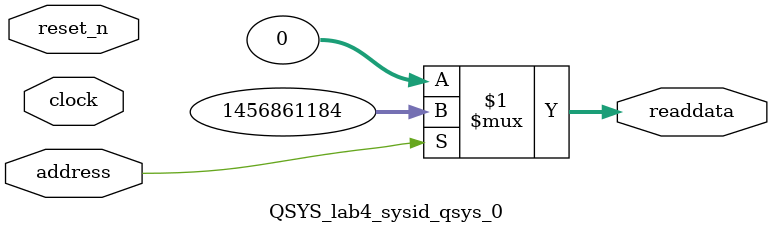
<source format=v>

`timescale 1ns / 1ps
// synthesis translate_on

// turn off superfluous verilog processor warnings 
// altera message_level Level1 
// altera message_off 10034 10035 10036 10037 10230 10240 10030 

module QSYS_lab4_sysid_qsys_0 (
               // inputs:
                address,
                clock,
                reset_n,

               // outputs:
                readdata
             )
;

  output  [ 31: 0] readdata;
  input            address;
  input            clock;
  input            reset_n;

  wire    [ 31: 0] readdata;
  //control_slave, which is an e_avalon_slave
  assign readdata = address ? 1456861184 : 0;

endmodule




</source>
